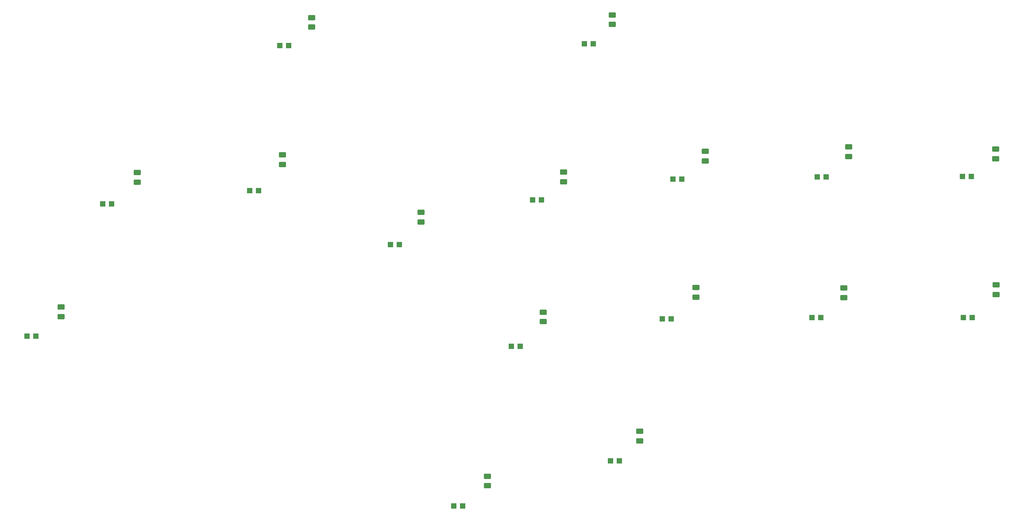
<source format=gbp>
%TF.GenerationSoftware,KiCad,Pcbnew,8.0.6*%
%TF.CreationDate,2024-11-20T03:37:43+00:00*%
%TF.ProjectId,keychron_hitbox,6b657963-6872-46f6-9e5f-686974626f78,rev?*%
%TF.SameCoordinates,Original*%
%TF.FileFunction,Paste,Bot*%
%TF.FilePolarity,Positive*%
%FSLAX46Y46*%
G04 Gerber Fmt 4.6, Leading zero omitted, Abs format (unit mm)*
G04 Created by KiCad (PCBNEW 8.0.6) date 2024-11-20 03:37:43*
%MOMM*%
%LPD*%
G01*
G04 APERTURE LIST*
G04 Aperture macros list*
%AMRoundRect*
0 Rectangle with rounded corners*
0 $1 Rounding radius*
0 $2 $3 $4 $5 $6 $7 $8 $9 X,Y pos of 4 corners*
0 Add a 4 corners polygon primitive as box body*
4,1,4,$2,$3,$4,$5,$6,$7,$8,$9,$2,$3,0*
0 Add four circle primitives for the rounded corners*
1,1,$1+$1,$2,$3*
1,1,$1+$1,$4,$5*
1,1,$1+$1,$6,$7*
1,1,$1+$1,$8,$9*
0 Add four rect primitives between the rounded corners*
20,1,$1+$1,$2,$3,$4,$5,0*
20,1,$1+$1,$4,$5,$6,$7,0*
20,1,$1+$1,$6,$7,$8,$9,0*
20,1,$1+$1,$8,$9,$2,$3,0*%
G04 Aperture macros list end*
%ADD10RoundRect,0.250000X-0.450000X0.262500X-0.450000X-0.262500X0.450000X-0.262500X0.450000X0.262500X0*%
%ADD11R,1.000000X1.000000*%
G04 APERTURE END LIST*
D10*
X241700000Y-66387500D03*
X241700000Y-68212500D03*
D11*
X100760000Y-74350000D03*
X99060000Y-74350000D03*
D10*
X168400000Y-40700000D03*
X168400000Y-42525000D03*
D11*
X154830000Y-76080000D03*
X153130000Y-76080000D03*
X139790000Y-134690000D03*
X138090000Y-134690000D03*
D10*
X159100000Y-70775000D03*
X159100000Y-72600000D03*
X212700000Y-92975000D03*
X212700000Y-94800000D03*
X131812500Y-78487500D03*
X131812500Y-80312500D03*
D11*
X150760000Y-104140000D03*
X149060000Y-104140000D03*
D10*
X77512500Y-70887500D03*
X77512500Y-72712500D03*
D11*
X179670000Y-98840000D03*
X177970000Y-98840000D03*
D10*
X144500000Y-129000000D03*
X144500000Y-130825000D03*
D11*
X209260000Y-71670000D03*
X207560000Y-71670000D03*
X208250000Y-98660000D03*
X206550000Y-98660000D03*
X106530000Y-46550000D03*
X104830000Y-46550000D03*
D10*
X186200000Y-66800000D03*
X186200000Y-68625000D03*
D11*
X237220000Y-98640000D03*
X235520000Y-98640000D03*
X169760000Y-126030000D03*
X168060000Y-126030000D03*
D10*
X110900000Y-41175000D03*
X110900000Y-43000000D03*
X213612500Y-65975000D03*
X213612500Y-67800000D03*
X241800000Y-92387500D03*
X241800000Y-94212500D03*
D11*
X181660000Y-72130000D03*
X179960000Y-72130000D03*
D10*
X173600000Y-120400000D03*
X173600000Y-122225000D03*
D11*
X127650000Y-84620000D03*
X125950000Y-84620000D03*
X58160000Y-102200000D03*
X56460000Y-102200000D03*
D10*
X155212500Y-97587500D03*
X155212500Y-99412500D03*
X184400000Y-92875000D03*
X184400000Y-94700000D03*
X105300000Y-67475000D03*
X105300000Y-69300000D03*
D11*
X72630000Y-76830000D03*
X70930000Y-76830000D03*
X237060000Y-71570000D03*
X235360000Y-71570000D03*
D10*
X63012500Y-96587500D03*
X63012500Y-98412500D03*
D11*
X164750000Y-46200000D03*
X163050000Y-46200000D03*
M02*

</source>
